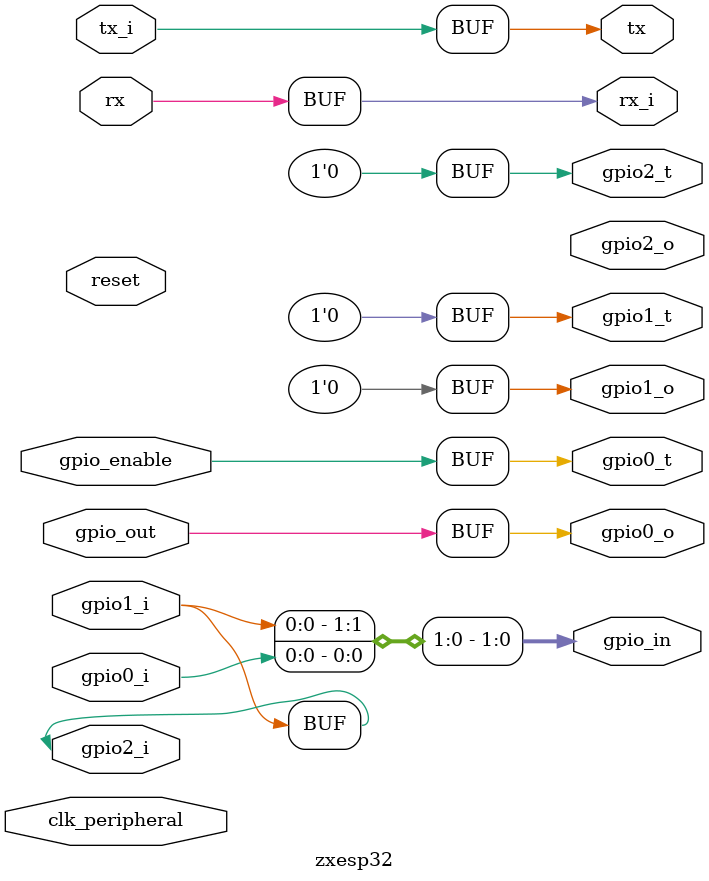
<source format=v>
`timescale 1ns / 1ps


module zxesp32(
    input 			tx_i,
    output 			rx_i,
    output	[2:0]	gpio_in,
    input 			gpio_out,
    input 			gpio_enable,
    
    output 			tx,
    input 			rx,
    
    input 			gpio0_i,
    output 			gpio0_o,
    output 			gpio0_t,

    input 			gpio1_i,
    output 			gpio1_o,
    output 			gpio1_t,

    input 			gpio2_i,
    output 			gpio2_o,
    output 			gpio2_t,
    
    input			clk_peripheral,
    input			reset
    
    );
    
    assign tx 			= tx_i;
    assign rx_i 		= rx;
    
    assign gpio_in[0]	= gpio0_i;
    assign gpio0_o 		= gpio_out;
    assign gpio0_t		= gpio_enable;
    
    assign gpio_in[1] 	= gpio1_i;
    assign gpio1_t 		= 1'b0;
    assign gpio1_o 		= 1'b0;
    
    assign gpio_in[1] 	= gpio2_i;
    assign gpio2_t 		= 1'b0;
    assign gpio1_o 		= 1'b0;
    
    
endmodule

</source>
